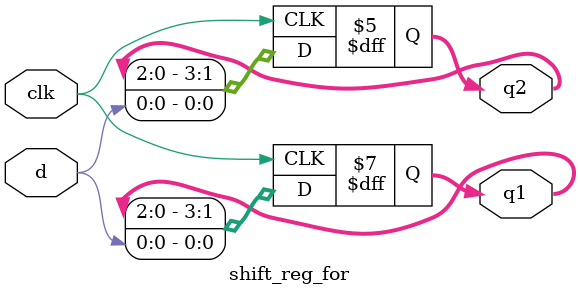
<source format=v>
module shift_reg_for (clk, d, q1, q2);
input clk, d;
output [3:0] q1, q2;
reg [3:0] q1, q2;
integer i;

//使用for迴圈，阻隔性指定敘述
always @ (posedge clk) begin
  for (i = 3; i > 0; i = i - 1)
    q1[i] = q1[i-1];
  q1[0] = d;
end

always @ (posedge clk) begin
  for (i = 1; i <= 3; i = i + 1)
    q2[i] <= q2[i-1];
  q2[0] = d;
end
endmodule // shift_reg_for

</source>
